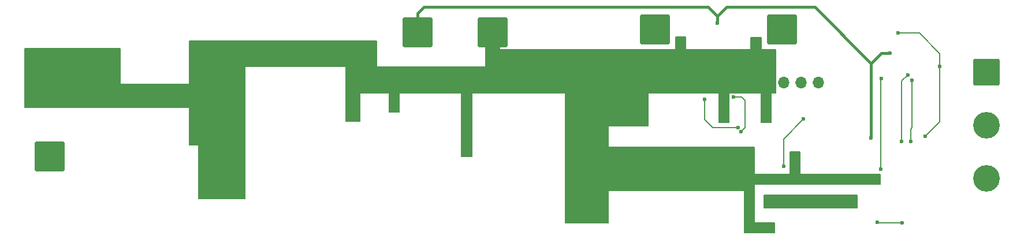
<source format=gbr>
%TF.GenerationSoftware,KiCad,Pcbnew,8.0.2*%
%TF.CreationDate,2024-08-08T08:25:17+03:00*%
%TF.ProjectId,______________ SMD,21323542-3e43-43a3-9037-3042353b4c20,rev?*%
%TF.SameCoordinates,Original*%
%TF.FileFunction,Copper,L2,Bot*%
%TF.FilePolarity,Positive*%
%FSLAX45Y45*%
G04 Gerber Fmt 4.5, Leading zero omitted, Abs format (unit mm)*
G04 Created by KiCad (PCBNEW 8.0.2) date 2024-08-08 08:25:17*
%MOMM*%
%LPD*%
G01*
G04 APERTURE LIST*
G04 Aperture macros list*
%AMRoundRect*
0 Rectangle with rounded corners*
0 $1 Rounding radius*
0 $2 $3 $4 $5 $6 $7 $8 $9 X,Y pos of 4 corners*
0 Add a 4 corners polygon primitive as box body*
4,1,4,$2,$3,$4,$5,$6,$7,$8,$9,$2,$3,0*
0 Add four circle primitives for the rounded corners*
1,1,$1+$1,$2,$3*
1,1,$1+$1,$4,$5*
1,1,$1+$1,$6,$7*
1,1,$1+$1,$8,$9*
0 Add four rect primitives between the rounded corners*
20,1,$1+$1,$2,$3,$4,$5,0*
20,1,$1+$1,$4,$5,$6,$7,0*
20,1,$1+$1,$6,$7,$8,$9,0*
20,1,$1+$1,$8,$9,$2,$3,0*%
G04 Aperture macros list end*
%TA.AperFunction,Conductor*%
%ADD10C,0.200000*%
%TD*%
%TA.AperFunction,ComponentPad*%
%ADD11C,0.600000*%
%TD*%
%TA.AperFunction,SMDPad,CuDef*%
%ADD12R,2.950000X4.500000*%
%TD*%
%TA.AperFunction,ComponentPad*%
%ADD13R,1.700000X1.700000*%
%TD*%
%TA.AperFunction,ComponentPad*%
%ADD14O,1.700000X1.700000*%
%TD*%
%TA.AperFunction,ComponentPad*%
%ADD15RoundRect,0.249999X-1.950001X-1.950001X1.950001X-1.950001X1.950001X1.950001X-1.950001X1.950001X0*%
%TD*%
%TA.AperFunction,ComponentPad*%
%ADD16RoundRect,0.250002X-1.699998X1.699998X-1.699998X-1.699998X1.699998X-1.699998X1.699998X1.699998X0*%
%TD*%
%TA.AperFunction,ComponentPad*%
%ADD17C,3.900000*%
%TD*%
%TA.AperFunction,ComponentPad*%
%ADD18RoundRect,0.249999X1.950001X1.950001X-1.950001X1.950001X-1.950001X-1.950001X1.950001X-1.950001X0*%
%TD*%
%TA.AperFunction,ViaPad*%
%ADD19C,0.600000*%
%TD*%
%TA.AperFunction,ViaPad*%
%ADD20C,1.000000*%
%TD*%
%TA.AperFunction,Conductor*%
%ADD21C,0.400000*%
%TD*%
G04 APERTURE END LIST*
%TO.N,GND*%
D10*
X14968220Y-10632440D02*
X15410180Y-10632440D01*
X15410180Y-10779760D01*
X14968220Y-10779760D01*
X14968220Y-10632440D01*
%TA.AperFunction,Conductor*%
G36*
X14968220Y-10632440D02*
G01*
X15410180Y-10632440D01*
X15410180Y-10779760D01*
X14968220Y-10779760D01*
X14968220Y-10632440D01*
G37*
%TD.AperFunction*%
X15638780Y-9591040D02*
X15786100Y-9591040D01*
X15786100Y-10033000D01*
X15638780Y-10033000D01*
X15638780Y-9591040D01*
%TA.AperFunction,Conductor*%
G36*
X15638780Y-9591040D02*
G01*
X15786100Y-9591040D01*
X15786100Y-10033000D01*
X15638780Y-10033000D01*
X15638780Y-9591040D01*
G37*
%TD.AperFunction*%
X9128760Y-7973060D02*
X9334500Y-7973060D01*
X9334500Y-9146540D01*
X9128760Y-9146540D01*
X9128760Y-7973060D01*
%TA.AperFunction,Conductor*%
G36*
X9128760Y-7973060D02*
G01*
X9334500Y-7973060D01*
X9334500Y-9146540D01*
X9128760Y-9146540D01*
X9128760Y-7973060D01*
G37*
%TD.AperFunction*%
X9761220Y-8351520D02*
X9911080Y-8351520D01*
X9911080Y-9011920D01*
X9761220Y-9011920D01*
X9761220Y-8351520D01*
%TA.AperFunction,Conductor*%
G36*
X9761220Y-8351520D02*
G01*
X9911080Y-8351520D01*
X9911080Y-9011920D01*
X9761220Y-9011920D01*
X9761220Y-8351520D01*
G37*
%TD.AperFunction*%
X4424680Y-8082280D02*
X5816600Y-8082280D01*
X5816600Y-8940800D01*
X4424680Y-8940800D01*
X4424680Y-8082280D01*
%TA.AperFunction,Conductor*%
G36*
X4424680Y-8082280D02*
G01*
X5816600Y-8082280D01*
X5816600Y-8940800D01*
X4424680Y-8940800D01*
X4424680Y-8082280D01*
G37*
%TD.AperFunction*%
X11178540Y-8097520D02*
X15427960Y-8097520D01*
X15427960Y-8727440D01*
X11178540Y-8727440D01*
X11178540Y-8097520D01*
%TA.AperFunction,Conductor*%
G36*
X11178540Y-8097520D02*
G01*
X15427960Y-8097520D01*
X15427960Y-8727440D01*
X11178540Y-8727440D01*
X11178540Y-8097520D01*
G37*
%TD.AperFunction*%
X14968220Y-10073640D02*
X15115540Y-10073640D01*
X15115540Y-10515600D01*
X14968220Y-10515600D01*
X14968220Y-10073640D01*
%TA.AperFunction,Conductor*%
G36*
X14968220Y-10073640D02*
G01*
X15115540Y-10073640D01*
X15115540Y-10515600D01*
X14968220Y-10515600D01*
X14968220Y-10073640D01*
G37*
%TD.AperFunction*%
X16103600Y-9921240D02*
X16545560Y-9921240D01*
X16545560Y-10068560D01*
X16103600Y-10068560D01*
X16103600Y-9921240D01*
%TA.AperFunction,Conductor*%
G36*
X16103600Y-9921240D02*
G01*
X16545560Y-9921240D01*
X16545560Y-10068560D01*
X16103600Y-10068560D01*
X16103600Y-9921240D01*
G37*
%TD.AperFunction*%
X15212060Y-8717280D02*
X15359380Y-8717280D01*
X15359380Y-9159240D01*
X15212060Y-9159240D01*
X15212060Y-8717280D01*
%TA.AperFunction,Conductor*%
G36*
X15212060Y-8717280D02*
G01*
X15359380Y-8717280D01*
X15359380Y-9159240D01*
X15212060Y-9159240D01*
X15212060Y-8717280D01*
G37*
%TD.AperFunction*%
X10439400Y-8351520D02*
X11379200Y-8351520D01*
X11379200Y-8729980D01*
X10439400Y-8729980D01*
X10439400Y-8351520D01*
%TA.AperFunction,Conductor*%
G36*
X10439400Y-8351520D02*
G01*
X11379200Y-8351520D01*
X11379200Y-8729980D01*
X10439400Y-8729980D01*
X10439400Y-8351520D01*
G37*
%TD.AperFunction*%
X14968220Y-10337800D02*
X15115540Y-10337800D01*
X15115540Y-10779760D01*
X14968220Y-10779760D01*
X14968220Y-10337800D01*
%TA.AperFunction,Conductor*%
G36*
X14968220Y-10337800D02*
G01*
X15115540Y-10337800D01*
X15115540Y-10779760D01*
X14968220Y-10779760D01*
X14968220Y-10337800D01*
G37*
%TD.AperFunction*%
X10825480Y-8463280D02*
X10975340Y-8463280D01*
X10975340Y-9123680D01*
X10825480Y-9123680D01*
X10825480Y-8463280D01*
%TA.AperFunction,Conductor*%
G36*
X10825480Y-8463280D02*
G01*
X10975340Y-8463280D01*
X10975340Y-9123680D01*
X10825480Y-9123680D01*
X10825480Y-8463280D01*
G37*
%TD.AperFunction*%
X12923520Y-8633460D02*
X13553440Y-8633460D01*
X13553440Y-9212580D01*
X12923520Y-9212580D01*
X12923520Y-8633460D01*
%TA.AperFunction,Conductor*%
G36*
X12923520Y-8633460D02*
G01*
X13553440Y-8633460D01*
X13553440Y-9212580D01*
X12923520Y-9212580D01*
X12923520Y-8633460D01*
G37*
%TD.AperFunction*%
X10824150Y-9004300D02*
X10974010Y-9004300D01*
X10974010Y-9664700D01*
X10824150Y-9664700D01*
X10824150Y-9004300D01*
%TA.AperFunction,Conductor*%
G36*
X10824150Y-9004300D02*
G01*
X10974010Y-9004300D01*
X10974010Y-9664700D01*
X10824150Y-9664700D01*
X10824150Y-9004300D01*
G37*
%TD.AperFunction*%
X5576570Y-8602980D02*
X7098030Y-8602980D01*
X7098030Y-8940800D01*
X5576570Y-8940800D01*
X5576570Y-8602980D01*
%TA.AperFunction,Conductor*%
G36*
X5576570Y-8602980D02*
G01*
X7098030Y-8602980D01*
X7098030Y-8940800D01*
X5576570Y-8940800D01*
X5576570Y-8602980D01*
G37*
%TD.AperFunction*%
X12900660Y-9530080D02*
X15110460Y-9530080D01*
X15110460Y-10160000D01*
X12900660Y-10160000D01*
X12900660Y-9530080D01*
%TA.AperFunction,Conductor*%
G36*
X12900660Y-9530080D02*
G01*
X15110460Y-9530080D01*
X15110460Y-10160000D01*
X12900660Y-10160000D01*
X12900660Y-9530080D01*
G37*
%TD.AperFunction*%
X15097760Y-9921240D02*
X15786100Y-9921240D01*
X15786100Y-10068560D01*
X15097760Y-10068560D01*
X15097760Y-9921240D01*
%TA.AperFunction,Conductor*%
G36*
X15097760Y-9921240D02*
G01*
X15786100Y-9921240D01*
X15786100Y-10068560D01*
X15097760Y-10068560D01*
X15097760Y-9921240D01*
G37*
%TD.AperFunction*%
X7312660Y-7970520D02*
X9578340Y-7970520D01*
X9578340Y-8338820D01*
X7312660Y-8338820D01*
X7312660Y-7970520D01*
%TA.AperFunction,Conductor*%
G36*
X7312660Y-7970520D02*
G01*
X9578340Y-7970520D01*
X9578340Y-8338820D01*
X7312660Y-8338820D01*
X7312660Y-7970520D01*
G37*
%TD.AperFunction*%
X13962380Y-7909560D02*
X14109700Y-7909560D01*
X14109700Y-8351520D01*
X13962380Y-8351520D01*
X13962380Y-7909560D01*
%TA.AperFunction,Conductor*%
G36*
X13962380Y-7909560D02*
G01*
X14109700Y-7909560D01*
X14109700Y-8351520D01*
X13962380Y-8351520D01*
X13962380Y-7909560D01*
G37*
%TD.AperFunction*%
X12341860Y-8422640D02*
X12971780Y-8422640D01*
X12971780Y-10632440D01*
X12341860Y-10632440D01*
X12341860Y-8422640D01*
%TA.AperFunction,Conductor*%
G36*
X12341860Y-8422640D02*
G01*
X12971780Y-8422640D01*
X12971780Y-10632440D01*
X12341860Y-10632440D01*
X12341860Y-8422640D01*
G37*
%TD.AperFunction*%
X9342120Y-8351520D02*
X10515600Y-8351520D01*
X10515600Y-8729980D01*
X9342120Y-8729980D01*
X9342120Y-8351520D01*
%TA.AperFunction,Conductor*%
G36*
X9342120Y-8351520D02*
G01*
X10515600Y-8351520D01*
X10515600Y-8729980D01*
X9342120Y-8729980D01*
X9342120Y-8351520D01*
G37*
%TD.AperFunction*%
X15067280Y-7914640D02*
X15214600Y-7914640D01*
X15214600Y-8356600D01*
X15067280Y-8356600D01*
X15067280Y-7914640D01*
%TA.AperFunction,Conductor*%
G36*
X15067280Y-7914640D02*
G01*
X15214600Y-7914640D01*
X15214600Y-8356600D01*
X15067280Y-8356600D01*
X15067280Y-7914640D01*
G37*
%TD.AperFunction*%
X6833870Y-7970520D02*
X7646670Y-7970520D01*
X7646670Y-9491980D01*
X6833870Y-9491980D01*
X6833870Y-7970520D01*
%TA.AperFunction,Conductor*%
G36*
X6833870Y-7970520D02*
G01*
X7646670Y-7970520D01*
X7646670Y-9491980D01*
X6833870Y-9491980D01*
X6833870Y-7970520D01*
G37*
%TD.AperFunction*%
X6968490Y-9240520D02*
X7646670Y-9240520D01*
X7646670Y-10279380D01*
X6968490Y-10279380D01*
X6968490Y-9240520D01*
%TA.AperFunction,Conductor*%
G36*
X6968490Y-9240520D02*
G01*
X7646670Y-9240520D01*
X7646670Y-10279380D01*
X6968490Y-10279380D01*
X6968490Y-9240520D01*
G37*
%TD.AperFunction*%
X15684500Y-9921240D02*
X16126460Y-9921240D01*
X16126460Y-10068560D01*
X15684500Y-10068560D01*
X15684500Y-9921240D01*
%TA.AperFunction,Conductor*%
G36*
X15684500Y-9921240D02*
G01*
X16126460Y-9921240D01*
X16126460Y-10068560D01*
X15684500Y-10068560D01*
X15684500Y-9921240D01*
G37*
%TD.AperFunction*%
X16520160Y-9921240D02*
X16962120Y-9921240D01*
X16962120Y-10068560D01*
X16520160Y-10068560D01*
X16520160Y-9921240D01*
%TA.AperFunction,Conductor*%
G36*
X16520160Y-9921240D02*
G01*
X16962120Y-9921240D01*
X16962120Y-10068560D01*
X16520160Y-10068560D01*
X16520160Y-9921240D01*
G37*
%TD.AperFunction*%
X11174730Y-7752080D02*
X11380470Y-7752080D01*
X11380470Y-8554720D01*
X11174730Y-8554720D01*
X11174730Y-7752080D01*
%TA.AperFunction,Conductor*%
G36*
X11174730Y-7752080D02*
G01*
X11380470Y-7752080D01*
X11380470Y-8554720D01*
X11174730Y-8554720D01*
X11174730Y-7752080D01*
G37*
%TD.AperFunction*%
X14594840Y-8717280D02*
X14742160Y-8717280D01*
X14742160Y-9159240D01*
X14594840Y-9159240D01*
X14594840Y-8717280D01*
%TA.AperFunction,Conductor*%
G36*
X14594840Y-8717280D02*
G01*
X14742160Y-8717280D01*
X14742160Y-9159240D01*
X14594840Y-9159240D01*
X14594840Y-8717280D01*
G37*
%TD.AperFunction*%
%TO.N,+3.3\u0412*%
X15257780Y-10226040D02*
X16619220Y-10226040D01*
X16619220Y-10416540D01*
X15257780Y-10416540D01*
X15257780Y-10226040D01*
%TA.AperFunction,Conductor*%
G36*
X15257780Y-10226040D02*
G01*
X16619220Y-10226040D01*
X16619220Y-10416540D01*
X15257780Y-10416540D01*
X15257780Y-10226040D01*
G37*
%TD.AperFunction*%
%TD*%
D11*
%TO.P,U1,9,GNDPAD*%
%TO.N,GND*%
X7173580Y-9288100D03*
X7173580Y-9168100D03*
X7173580Y-9038100D03*
X7173580Y-8928100D03*
D12*
X7113580Y-9108100D03*
D11*
X7053580Y-9288100D03*
X7053580Y-9168100D03*
X7053580Y-9038100D03*
X7053580Y-8928100D03*
%TD*%
D13*
%TO.P,J6,1,Pin_1*%
%TO.N,GND*%
X15291460Y-8574700D03*
D14*
%TO.P,J6,2,Pin_2*%
%TO.N,/SWCLK*%
X15545460Y-8574700D03*
%TO.P,J6,3,Pin_3*%
%TO.N,/SWDIO*%
X15799460Y-8574700D03*
%TO.P,J6,4,Pin_4*%
%TO.N,+3.3\u0412*%
X16053460Y-8574700D03*
%TD*%
D15*
%TO.P,J2,1,Pin_1*%
%TO.N,GND*%
X11282680Y-7846060D03*
%TD*%
%TO.P,J3,1,Pin_1*%
%TO.N,+5\u0412*%
X10180320Y-7843520D03*
%TD*%
D16*
%TO.P,J4,1,Pin_1*%
%TO.N,/TxD*%
X18516600Y-8422420D03*
D17*
%TO.P,J4,2,Pin_2*%
%TO.N,/RxD*%
X18516600Y-9202420D03*
%TO.P,J4,3,Pin_3*%
%TO.N,GND*%
X18516600Y-9982420D03*
%TD*%
D18*
%TO.P,J1,1,Pin_1*%
%TO.N,GND*%
X4785360Y-8440420D03*
%TD*%
%TO.P,J5,1,Pin_1*%
%TO.N,VIN*%
X4785360Y-9659620D03*
%TD*%
D15*
%TO.P,J7,1,Pin_1*%
%TO.N,Net-(J7-Pin_1)*%
X13654700Y-7802540D03*
%TD*%
%TO.P,J8,1,Pin_1*%
%TO.N,Net-(J8-Pin_1)*%
X15521600Y-7800000D03*
%TD*%
D19*
%TO.N,+3.3\u0412*%
X15313660Y-10274300D03*
X16565880Y-10335260D03*
%TO.N,GND*%
X13796940Y-10065680D03*
D20*
X11722100Y-8288020D03*
D19*
X14960260Y-10086000D03*
X15707020Y-9633880D03*
X17619980Y-9370060D03*
X16975630Y-8515810D03*
X14645300Y-9628800D03*
D20*
X5676900Y-8509000D03*
X9458960Y-8237220D03*
X6263640Y-8877300D03*
D19*
X14541160Y-9933600D03*
X15000900Y-9671980D03*
X13316880Y-8922680D03*
D20*
X7490460Y-9974580D03*
D19*
X15323480Y-10710840D03*
X14685940Y-9100480D03*
X16893540Y-10005060D03*
D20*
X7386320Y-8074660D03*
X5514340Y-8509000D03*
X9237980Y-9085580D03*
D19*
X13045100Y-8518820D03*
D20*
X7490460Y-10137140D03*
D19*
X15135520Y-8013360D03*
X12410100Y-10370480D03*
X15289240Y-9111960D03*
X14056020Y-8010820D03*
D20*
X10902890Y-9601200D03*
D19*
X16969270Y-9846770D03*
X17227090Y-7852870D03*
D20*
X6911340Y-8493760D03*
D19*
X13123840Y-8925220D03*
D20*
X9458960Y-8074660D03*
D19*
X17835880Y-8338820D03*
D20*
X9836090Y-8920480D03*
D19*
%TO.N,+5\u0412*%
X14574180Y-7703480D03*
X16828310Y-9392110D03*
X17105170Y-8150050D03*
%TO.N,/SWDIO*%
X15547000Y-9809140D03*
X15837880Y-9114400D03*
%TO.N,LED_LINE1*%
X14812940Y-8788060D03*
X14922160Y-9301140D03*
%TO.N,LED_LINE2*%
X14388760Y-8823960D03*
X14873900Y-9235100D03*
%TO.N,RX232_TxD*%
X17284700Y-10634980D03*
X16918940Y-10629900D03*
%TO.N,Net-(U4-T1IN)*%
X17429970Y-8546290D03*
X17406150Y-9442910D03*
%TO.N,Net-(U4-R1OUT)*%
X17276610Y-9442910D03*
X17364970Y-8465010D03*
%TD*%
D10*
%TO.N,LED_LINE2*%
X14505600Y-9235100D02*
X14873900Y-9235100D01*
X14388760Y-8823960D02*
X14388760Y-9118260D01*
X14388760Y-9118260D02*
X14505600Y-9235100D01*
%TO.N,GND*%
X17835880Y-8152100D02*
X17536650Y-7852870D01*
X17619980Y-9370060D02*
X17835880Y-9154160D01*
X17835880Y-9154160D02*
X17835880Y-8338820D01*
X17536650Y-7852870D02*
X17227090Y-7852870D01*
X16975630Y-8515810D02*
X16969270Y-8522170D01*
X17835880Y-8338820D02*
X17835880Y-8152100D01*
X16969270Y-8522170D02*
X16969270Y-9846770D01*
D21*
%TO.N,+5\u0412*%
X14574180Y-7605100D02*
X14436680Y-7467600D01*
X17105170Y-8150050D02*
X16975630Y-8150050D01*
X16975630Y-8150050D02*
X16828310Y-8297370D01*
X10274300Y-7467600D02*
X10180320Y-7561580D01*
X16001080Y-7470140D02*
X16828310Y-8297370D01*
X14574180Y-7703480D02*
X14574180Y-7605100D01*
X14574180Y-7605100D02*
X14709140Y-7470140D01*
X14709140Y-7470140D02*
X16001080Y-7470140D01*
X10180320Y-7561580D02*
X10180320Y-7843520D01*
X16828310Y-8297370D02*
X16828310Y-9392110D01*
X14436680Y-7467600D02*
X10274300Y-7467600D01*
D10*
%TO.N,/SWDIO*%
X15547000Y-9405280D02*
X15547000Y-9809140D01*
X15837880Y-9114400D02*
X15547000Y-9405280D01*
X15837880Y-9114400D02*
X15841640Y-9110640D01*
%TO.N,LED_LINE1*%
X14927240Y-8788060D02*
X14980580Y-8841400D01*
X14812940Y-8788060D02*
X14927240Y-8788060D01*
X14980580Y-8841400D02*
X14980580Y-9242720D01*
X14980580Y-9242720D02*
X14922160Y-9301140D01*
%TO.N,RX232_TxD*%
X16924020Y-10634980D02*
X17284700Y-10634980D01*
X16918940Y-10629900D02*
X16924020Y-10634980D01*
%TO.N,Net-(U4-T1IN)*%
X17406150Y-9261310D02*
X17406150Y-9442910D01*
X17430290Y-8546610D02*
X17430290Y-9237170D01*
X17430290Y-9237170D02*
X17406150Y-9261310D01*
X17429970Y-8546290D02*
X17430290Y-8546610D01*
%TO.N,Net-(U4-R1OUT)*%
X17364970Y-8465010D02*
X17276610Y-8553370D01*
X17276610Y-8553370D02*
X17276610Y-9442910D01*
%TD*%
M02*

</source>
